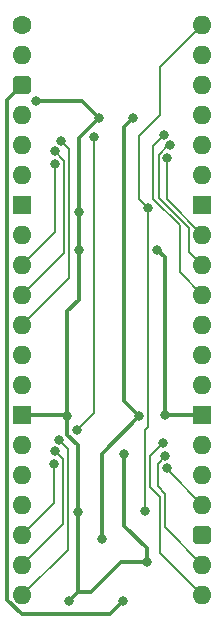
<source format=gbl>
%TF.GenerationSoftware,KiCad,Pcbnew,8.0.7*%
%TF.CreationDate,2025-01-07T17:30:01+02:00*%
%TF.ProjectId,D Flip Flop 16bit,4420466c-6970-4204-966c-6f7020313662,V0*%
%TF.SameCoordinates,Original*%
%TF.FileFunction,Copper,L2,Bot*%
%TF.FilePolarity,Positive*%
%FSLAX46Y46*%
G04 Gerber Fmt 4.6, Leading zero omitted, Abs format (unit mm)*
G04 Created by KiCad (PCBNEW 8.0.7) date 2025-01-07 17:30:01*
%MOMM*%
%LPD*%
G01*
G04 APERTURE LIST*
G04 Aperture macros list*
%AMRoundRect*
0 Rectangle with rounded corners*
0 $1 Rounding radius*
0 $2 $3 $4 $5 $6 $7 $8 $9 X,Y pos of 4 corners*
0 Add a 4 corners polygon primitive as box body*
4,1,4,$2,$3,$4,$5,$6,$7,$8,$9,$2,$3,0*
0 Add four circle primitives for the rounded corners*
1,1,$1+$1,$2,$3*
1,1,$1+$1,$4,$5*
1,1,$1+$1,$6,$7*
1,1,$1+$1,$8,$9*
0 Add four rect primitives between the rounded corners*
20,1,$1+$1,$2,$3,$4,$5,0*
20,1,$1+$1,$4,$5,$6,$7,0*
20,1,$1+$1,$6,$7,$8,$9,0*
20,1,$1+$1,$8,$9,$2,$3,0*%
G04 Aperture macros list end*
%TA.AperFunction,ComponentPad*%
%ADD10C,1.600000*%
%TD*%
%TA.AperFunction,ComponentPad*%
%ADD11O,1.600000X1.600000*%
%TD*%
%TA.AperFunction,ComponentPad*%
%ADD12RoundRect,0.400000X-0.400000X-0.400000X0.400000X-0.400000X0.400000X0.400000X-0.400000X0.400000X0*%
%TD*%
%TA.AperFunction,ComponentPad*%
%ADD13R,1.600000X1.600000*%
%TD*%
%TA.AperFunction,ViaPad*%
%ADD14C,0.800000*%
%TD*%
%TA.AperFunction,Conductor*%
%ADD15C,0.380000*%
%TD*%
%TA.AperFunction,Conductor*%
%ADD16C,0.200000*%
%TD*%
G04 APERTURE END LIST*
D10*
%TO.P,J2,1,Pin_1*%
%TO.N,~{OE}*%
X0Y0D03*
D11*
%TO.P,J2,2,Pin_2*%
%TO.N,C15*%
X0Y-2540000D03*
D12*
%TO.P,J2,3,Pin_3*%
%TO.N,5V*%
X0Y-5080000D03*
D11*
%TO.P,J2,4,Pin_4*%
%TO.N,C14*%
X0Y-7620000D03*
%TO.P,J2,5,Pin_5*%
%TO.N,C13*%
X0Y-10160000D03*
%TO.P,J2,6,Pin_6*%
%TO.N,C12*%
X0Y-12700000D03*
D13*
%TO.P,J2,7,Pin_7*%
%TO.N,GND*%
X0Y-15240000D03*
D11*
%TO.P,J2,8,Pin_8*%
%TO.N,C11*%
X0Y-17780000D03*
%TO.P,J2,9,Pin_9*%
%TO.N,C10*%
X0Y-20320000D03*
%TO.P,J2,10,Pin_10*%
%TO.N,C9*%
X0Y-22860000D03*
%TO.P,J2,11,Pin_11*%
%TO.N,C8*%
X0Y-25400000D03*
%TO.P,J2,12,Pin_12*%
%TO.N,C7*%
X0Y-27940000D03*
%TO.P,J2,13,Pin_13*%
%TO.N,C6*%
X0Y-30480000D03*
D13*
%TO.P,J2,14,Pin_14*%
%TO.N,GND*%
X0Y-33020000D03*
D11*
%TO.P,J2,15,Pin_15*%
%TO.N,C5*%
X0Y-35560000D03*
%TO.P,J2,16,Pin_16*%
%TO.N,C4*%
X0Y-38100000D03*
%TO.P,J2,17,Pin_17*%
%TO.N,C3*%
X0Y-40640000D03*
%TO.P,J2,18,Pin_18*%
%TO.N,C2*%
X0Y-43180000D03*
%TO.P,J2,19,Pin_19*%
%TO.N,C1*%
X0Y-45720000D03*
%TO.P,J2,20,Pin_20*%
%TO.N,C0*%
X0Y-48260000D03*
%TO.P,J2,21,Pin_21*%
%TO.N,VA0*%
X15240000Y-48260000D03*
%TO.P,J2,22,Pin_22*%
%TO.N,VA1*%
X15240000Y-45720000D03*
D12*
%TO.P,J2,23,Pin_23*%
%TO.N,5V*%
X15240000Y-43180000D03*
D11*
%TO.P,J2,24,Pin_24*%
%TO.N,VA2*%
X15240000Y-40640000D03*
%TO.P,J2,25,Pin_25*%
%TO.N,VA3*%
X15240000Y-38100000D03*
%TO.P,J2,26,Pin_26*%
%TO.N,VA4*%
X15240000Y-35560000D03*
D13*
%TO.P,J2,27,Pin_27*%
%TO.N,GND*%
X15240000Y-33020000D03*
D11*
%TO.P,J2,28,Pin_28*%
%TO.N,VA5*%
X15240000Y-30480000D03*
%TO.P,J2,29,Pin_29*%
%TO.N,VA6*%
X15240000Y-27940000D03*
%TO.P,J2,30,Pin_30*%
%TO.N,VA7*%
X15240000Y-25400000D03*
%TO.P,J2,31,Pin_31*%
%TO.N,VA8*%
X15240000Y-22860000D03*
%TO.P,J2,32,Pin_32*%
%TO.N,VA9*%
X15240000Y-20320000D03*
%TO.P,J2,33,Pin_33*%
%TO.N,VA10*%
X15240000Y-17780000D03*
D13*
%TO.P,J2,34,Pin_34*%
%TO.N,GND*%
X15240000Y-15240000D03*
D11*
%TO.P,J2,35,Pin_35*%
%TO.N,VA11*%
X15240000Y-12700000D03*
%TO.P,J2,36,Pin_36*%
%TO.N,VA12*%
X15240000Y-10160000D03*
%TO.P,J2,37,Pin_37*%
%TO.N,VA13*%
X15240000Y-7620000D03*
%TO.P,J2,38,Pin_38*%
%TO.N,VA14*%
X15240000Y-5080000D03*
%TO.P,J2,39,Pin_39*%
%TO.N,VA15*%
X15240000Y-2540000D03*
%TO.P,J2,40,Pin_40*%
%TO.N,CLK*%
X15240000Y0D03*
%TD*%
D14*
%TO.N,GND*%
X3966995Y-48797991D03*
X12065000Y-33020000D03*
X6477000Y-7874000D03*
X8636000Y-36322000D03*
X4699000Y-41275000D03*
X1143000Y-6477000D03*
X4761000Y-15880000D03*
X3810000Y-33147000D03*
X4761000Y-19050000D03*
X11430000Y-19050000D03*
X10541000Y-45466000D03*
%TO.N,5V*%
X8539000Y-48768000D03*
%TO.N,/3.3V*%
X9397994Y-7874000D03*
X9906000Y-33147004D03*
X6731000Y-43561000D03*
%TO.N,~{OE}*%
X4650000Y-34290000D03*
X6096000Y-9524992D03*
%TO.N,C0*%
X3092028Y-35179467D03*
%TO.N,C2*%
X2667006Y-37211000D03*
%TO.N,CLK*%
X10668000Y-15556000D03*
X10403996Y-41137996D03*
%TO.N,VA1*%
X12081605Y-36531204D03*
%TO.N,VA2*%
X12240000Y-37557819D03*
%TO.N,C1*%
X2750498Y-36119341D03*
%TO.N,VA0*%
X11942865Y-35403060D03*
%TO.N,VA9*%
X12516019Y-10195597D03*
%TO.N,C10*%
X2794000Y-11811000D03*
%TO.N,C8*%
X3238500Y-9842500D03*
%TO.N,VA8*%
X12022502Y-9325861D03*
%TO.N,C9*%
X2767048Y-10724395D03*
%TO.N,VA10*%
X12234559Y-11286490D03*
%TD*%
D15*
%TO.N,GND*%
X3810000Y-24257000D02*
X4761000Y-23306000D01*
X4699000Y-41275000D02*
X4699000Y-48065986D01*
X4699000Y-48065986D02*
X5782014Y-48065986D01*
X4699000Y-35621940D02*
X3810000Y-34732940D01*
X4699000Y-41275000D02*
X4699000Y-35621940D01*
X4761000Y-9590000D02*
X4761000Y-15880000D01*
X5782014Y-48065986D02*
X8382000Y-45466000D01*
X3810000Y-34732940D02*
X3810000Y-33147000D01*
X4761000Y-19050000D02*
X4761000Y-15880000D01*
X3810000Y-33147000D02*
X3683000Y-33020000D01*
X12065000Y-33020000D02*
X12065000Y-19685000D01*
X8636000Y-42418000D02*
X10541000Y-44323000D01*
X4699000Y-48065986D02*
X3966995Y-48797991D01*
X3810000Y-33147000D02*
X3810000Y-24257000D01*
X4761000Y-23306000D02*
X4761000Y-19050000D01*
X8636000Y-36322000D02*
X8636000Y-42418000D01*
X3683000Y-33020000D02*
X0Y-33020000D01*
X15240000Y-33020000D02*
X12065000Y-33020000D01*
X6477000Y-7874000D02*
X4761000Y-9590000D01*
X5080000Y-6477000D02*
X1143000Y-6477000D01*
X6477000Y-7874000D02*
X5080000Y-6477000D01*
X10541000Y-44323000D02*
X10541000Y-45466000D01*
X12065000Y-19685000D02*
X11430000Y-19050000D01*
X8382000Y-45466000D02*
X10541000Y-45466000D01*
%TO.N,5V*%
X0Y-5080000D02*
X-1270000Y-6350000D01*
X-1270000Y-6350000D02*
X-1270000Y-48680378D01*
X7429386Y-49877614D02*
X8539000Y-48768000D01*
X-72764Y-49877614D02*
X7429386Y-49877614D01*
X-1270000Y-48680378D02*
X-72764Y-49877614D01*
%TO.N,/3.3V*%
X9906000Y-33147004D02*
X8636000Y-31877004D01*
X9906000Y-33147004D02*
X6731000Y-36322004D01*
X6731000Y-36322004D02*
X6731000Y-43561000D01*
X8636000Y-8635994D02*
X9397994Y-7874000D01*
X8636000Y-31877004D02*
X8636000Y-8635994D01*
D16*
%TO.N,~{OE}*%
X6096000Y-32844000D02*
X4650000Y-34290000D01*
X6096000Y-9524992D02*
X6096000Y-32844000D01*
%TO.N,C0*%
X3817475Y-35904914D02*
X3092028Y-35179467D01*
X0Y-48260000D02*
X3817475Y-44442525D01*
X3817475Y-44442525D02*
X3817475Y-35904914D01*
%TO.N,C2*%
X0Y-43180000D02*
X2667006Y-40512994D01*
X2667006Y-40512994D02*
X2667006Y-37211000D01*
%TO.N,CLK*%
X10403996Y-34350667D02*
X10668000Y-34086663D01*
X10668000Y-15556000D02*
X9906000Y-14794000D01*
X9906000Y-9461500D02*
X11684000Y-7683500D01*
X11684000Y-7683500D02*
X11684000Y-3556000D01*
X10403996Y-41137996D02*
X10403996Y-34350667D01*
X10668000Y-34086663D02*
X10668000Y-15556000D01*
X11684000Y-3556000D02*
X15240000Y0D01*
X9906000Y-14794000D02*
X9906000Y-9461500D01*
%TO.N,VA1*%
X11449000Y-37163809D02*
X12081605Y-36531204D01*
X12084000Y-42564000D02*
X12084000Y-39712314D01*
X15240000Y-45720000D02*
X12084000Y-42564000D01*
X12084000Y-39712314D02*
X11449000Y-39077314D01*
X11449000Y-39077314D02*
X11449000Y-37163809D01*
%TO.N,VA2*%
X12240000Y-37640000D02*
X12240000Y-37557819D01*
X15240000Y-40640000D02*
X12240000Y-37640000D01*
%TO.N,C1*%
X3417475Y-42302525D02*
X3417475Y-36786318D01*
X0Y-45720000D02*
X3417475Y-42302525D01*
X3417475Y-36786318D02*
X2750498Y-36119341D01*
%TO.N,VA0*%
X11684000Y-40005000D02*
X11684000Y-44704000D01*
X10803996Y-39124996D02*
X11684000Y-40005000D01*
X11942865Y-35403060D02*
X10803996Y-36541929D01*
X11684000Y-44704000D02*
X15240000Y-48260000D01*
X10803996Y-36541929D02*
X10803996Y-39124996D01*
%TO.N,VA9*%
X14140000Y-19220000D02*
X14140000Y-17245685D01*
X15240000Y-20320000D02*
X14140000Y-19220000D01*
X14140000Y-17245685D02*
X11534559Y-14640244D01*
X11534559Y-14640244D02*
X11534559Y-10996540D01*
X12335502Y-10195597D02*
X12516019Y-10195597D01*
X11534559Y-10996540D02*
X12335502Y-10195597D01*
%TO.N,C10*%
X2794000Y-17526000D02*
X0Y-20320000D01*
X2794000Y-11811000D02*
X2794000Y-17526000D01*
%TO.N,C8*%
X3956000Y-21444000D02*
X3956000Y-10560000D01*
X3956000Y-10560000D02*
X3238500Y-9842500D01*
X0Y-25400000D02*
X3956000Y-21444000D01*
%TO.N,VA8*%
X13335000Y-17006370D02*
X13335000Y-20955000D01*
X11068000Y-10280363D02*
X11068000Y-14739370D01*
X12022502Y-9325861D02*
X11068000Y-10280363D01*
X11068000Y-14739370D02*
X13335000Y-17006370D01*
X13335000Y-20955000D02*
X15240000Y-22860000D01*
%TO.N,C9*%
X3556000Y-11513347D02*
X2767048Y-10724395D01*
X3556000Y-19304000D02*
X3556000Y-11513347D01*
X0Y-22860000D02*
X3556000Y-19304000D01*
%TO.N,VA10*%
X15240000Y-17780000D02*
X12234559Y-14774559D01*
X12234559Y-14774559D02*
X12234559Y-11286490D01*
%TD*%
M02*

</source>
